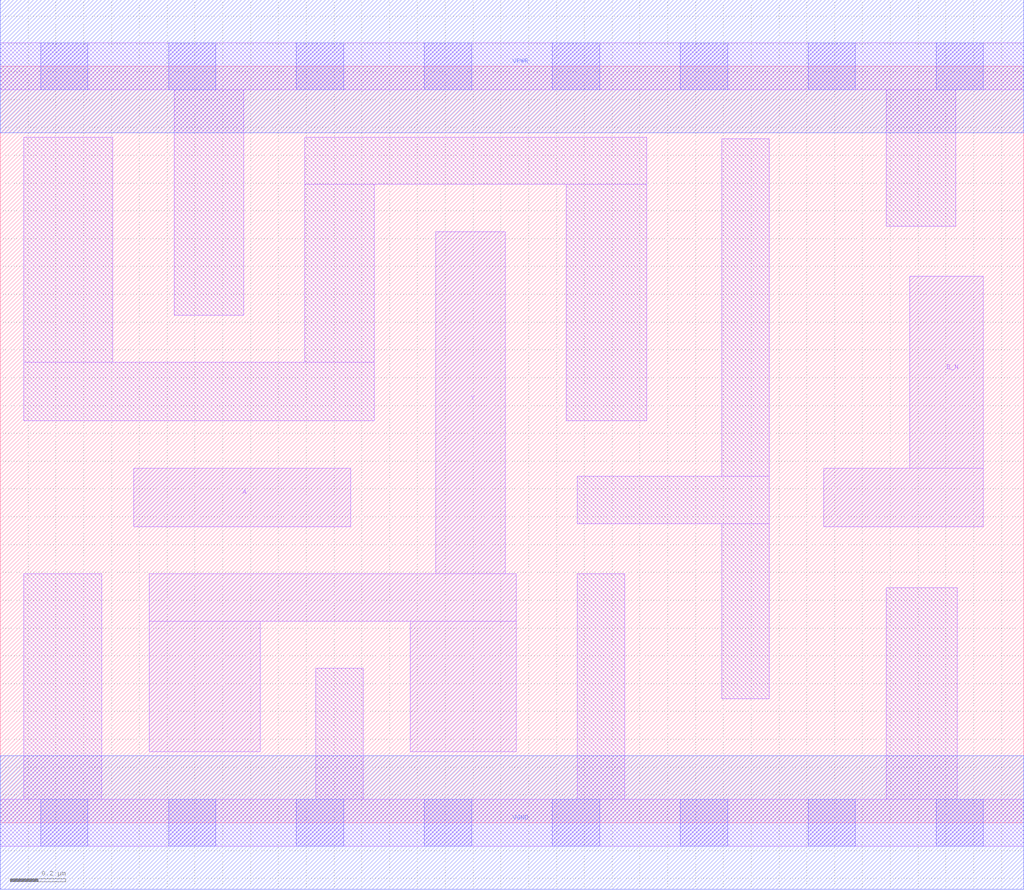
<source format=lef>
# Copyright 2020 The SkyWater PDK Authors
#
# Licensed under the Apache License, Version 2.0 (the "License");
# you may not use this file except in compliance with the License.
# You may obtain a copy of the License at
#
#     https://www.apache.org/licenses/LICENSE-2.0
#
# Unless required by applicable law or agreed to in writing, software
# distributed under the License is distributed on an "AS IS" BASIS,
# WITHOUT WARRANTIES OR CONDITIONS OF ANY KIND, either express or implied.
# See the License for the specific language governing permissions and
# limitations under the License.
#
# SPDX-License-Identifier: Apache-2.0

VERSION 5.7 ;
BUSBITCHARS "[]" ;
DIVIDERCHAR "/" ;
PROPERTYDEFINITIONS
  MACRO maskLayoutSubType STRING ;
  MACRO prCellType STRING ;
  MACRO originalViewName STRING ;
END PROPERTYDEFINITIONS
MACRO sky130_fd_sc_hdll__nor2b_2
  ORIGIN  0.000000  0.000000 ;
  CLASS CORE ;
  SYMMETRY X Y R90 ;
  SIZE  3.680000 BY  2.720000 ;
  SITE unithd ;
  PIN A
    ANTENNAGATEAREA  0.555000 ;
    DIRECTION INPUT ;
    USE SIGNAL ;
    PORT
      LAYER li1 ;
        RECT 0.480000 1.065000 1.260000 1.275000 ;
    END
  END A
  PIN B_N
    ANTENNAGATEAREA  0.138600 ;
    DIRECTION INPUT ;
    USE SIGNAL ;
    PORT
      LAYER li1 ;
        RECT 2.960000 1.065000 3.535000 1.275000 ;
        RECT 3.270000 1.275000 3.535000 1.965000 ;
    END
  END B_N
  PIN Y
    ANTENNADIFFAREA  0.738500 ;
    DIRECTION OUTPUT ;
    USE SIGNAL ;
    PORT
      LAYER li1 ;
        RECT 0.535000 0.255000 0.935000 0.725000 ;
        RECT 0.535000 0.725000 1.855000 0.895000 ;
        RECT 1.475000 0.255000 1.855000 0.725000 ;
        RECT 1.565000 0.895000 1.815000 2.125000 ;
    END
  END Y
  PIN VGND
    DIRECTION INOUT ;
    USE GROUND ;
    PORT
      LAYER met1 ;
        RECT 0.000000 -0.240000 3.680000 0.240000 ;
    END
  END VGND
  PIN VPWR
    DIRECTION INOUT ;
    USE POWER ;
    PORT
      LAYER met1 ;
        RECT 0.000000 2.480000 3.680000 2.960000 ;
    END
  END VPWR
  OBS
    LAYER li1 ;
      RECT 0.000000 -0.085000 3.680000 0.085000 ;
      RECT 0.000000  2.635000 3.680000 2.805000 ;
      RECT 0.085000  0.085000 0.365000 0.895000 ;
      RECT 0.085000  1.445000 1.345000 1.655000 ;
      RECT 0.085000  1.655000 0.405000 2.465000 ;
      RECT 0.625000  1.825000 0.875000 2.635000 ;
      RECT 1.095000  1.655000 1.345000 2.295000 ;
      RECT 1.095000  2.295000 2.325000 2.465000 ;
      RECT 1.135000  0.085000 1.305000 0.555000 ;
      RECT 2.035000  1.445000 2.325000 2.295000 ;
      RECT 2.075000  0.085000 2.245000 0.895000 ;
      RECT 2.075000  1.075000 2.765000 1.245000 ;
      RECT 2.595000  0.445000 2.765000 1.075000 ;
      RECT 2.595000  1.245000 2.765000 2.460000 ;
      RECT 3.185000  0.085000 3.440000 0.845000 ;
      RECT 3.185000  2.145000 3.435000 2.635000 ;
    LAYER mcon ;
      RECT 0.145000 -0.085000 0.315000 0.085000 ;
      RECT 0.145000  2.635000 0.315000 2.805000 ;
      RECT 0.605000 -0.085000 0.775000 0.085000 ;
      RECT 0.605000  2.635000 0.775000 2.805000 ;
      RECT 1.065000 -0.085000 1.235000 0.085000 ;
      RECT 1.065000  2.635000 1.235000 2.805000 ;
      RECT 1.525000 -0.085000 1.695000 0.085000 ;
      RECT 1.525000  2.635000 1.695000 2.805000 ;
      RECT 1.985000 -0.085000 2.155000 0.085000 ;
      RECT 1.985000  2.635000 2.155000 2.805000 ;
      RECT 2.445000 -0.085000 2.615000 0.085000 ;
      RECT 2.445000  2.635000 2.615000 2.805000 ;
      RECT 2.905000 -0.085000 3.075000 0.085000 ;
      RECT 2.905000  2.635000 3.075000 2.805000 ;
      RECT 3.365000 -0.085000 3.535000 0.085000 ;
      RECT 3.365000  2.635000 3.535000 2.805000 ;
  END
  PROPERTY maskLayoutSubType "abstract" ;
  PROPERTY prCellType "standard" ;
  PROPERTY originalViewName "layout" ;
END sky130_fd_sc_hdll__nor2b_2
END LIBRARY

</source>
